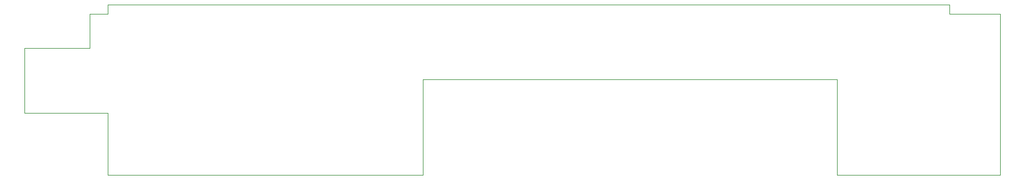
<source format=gm1>
G04 #@! TF.GenerationSoftware,KiCad,Pcbnew,(5.1.5)-3*
G04 #@! TF.CreationDate,2020-04-11T14:24:40-04:00*
G04 #@! TF.ProjectId,PowerBoth,506f7765-7242-46f7-9468-2e6b69636164,rev?*
G04 #@! TF.SameCoordinates,Original*
G04 #@! TF.FileFunction,Profile,NP*
%FSLAX46Y46*%
G04 Gerber Fmt 4.6, Leading zero omitted, Abs format (unit mm)*
G04 Created by KiCad (PCBNEW (5.1.5)-3) date 2020-04-11 14:24:40*
%MOMM*%
%LPD*%
G04 APERTURE LIST*
%ADD10C,0.001000*%
G04 APERTURE END LIST*
D10*
X268600000Y-120950000D02*
X204098680Y-120950000D01*
X268600000Y-122350000D02*
X268600000Y-120950000D01*
X275899999Y-122350000D02*
X268600000Y-122350000D01*
X275899999Y-145850000D02*
X275899999Y-122350000D01*
X252199999Y-145850000D02*
X275899999Y-145850000D01*
X252199999Y-131950000D02*
X252199999Y-145850000D01*
X204098680Y-131950000D02*
X252199999Y-131950000D01*
X192000000Y-145850000D02*
X192000000Y-131950000D01*
X134100000Y-127350000D02*
X134100000Y-136850000D01*
X134100000Y-136850000D02*
X146200000Y-136850000D01*
X192000000Y-131950000D02*
X204098680Y-131950000D01*
X146200000Y-120950000D02*
X146200000Y-122350000D01*
X146200000Y-145850000D02*
X192000000Y-145850000D01*
X146200000Y-136850000D02*
X146200000Y-145850000D01*
X143600000Y-127350000D02*
X134100000Y-127350000D01*
X146200000Y-122350000D02*
X143600000Y-122350000D01*
X204098680Y-120950000D02*
X146200000Y-120950000D01*
X143600000Y-122350000D02*
X143600000Y-127350000D01*
M02*

</source>
